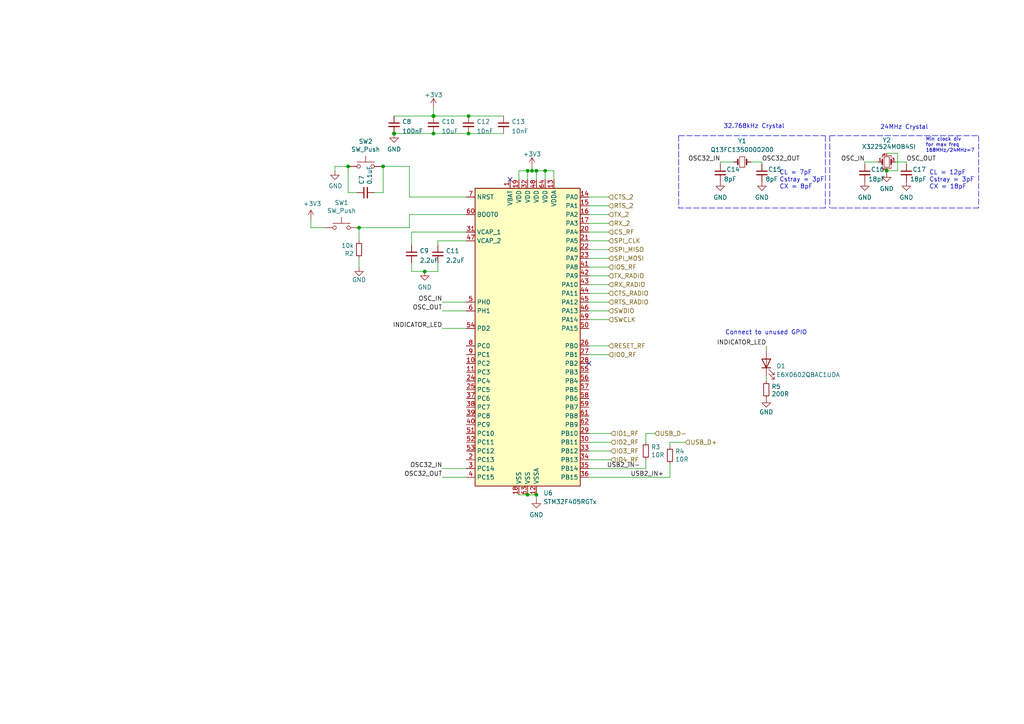
<source format=kicad_sch>
(kicad_sch (version 20211123) (generator eeschema)
  (paper "A4")
  (lib_symbols
    (symbol "Device:C_Small" (pin_numbers hide) (pin_names (offset 0.254) hide)
      (property "Reference" "C" (at 0.254 1.778 0))
      (property "Value" "C_Small" (at 0.254 -2.032 0))
      (symbol "C_Small_0_1"
        (polyline (pts (xy -1.524 -0.508) (xy 1.524 -0.508)) (stroke (width 0.3302)))
        (polyline (pts (xy -1.524 0.508) (xy 1.524 0.508)) (stroke (width 0.3048)))
      )
      (symbol "C_Small_1_1"
        (pin passive line (at 0 2.54 270) (length 2.032) (name "~") (number "1"))
        (pin passive line (at 0 -2.54 90) (length 2.032) (name "~") (number "2"))
      )
    )
    (symbol "Device:Crystal_GND24_Small" (pin_names (offset 1.016) hide)
      (property "Reference" "Y" (at 1.27 4.445 0))
      (property "Value" "Crystal_GND24_Small" (at 1.27 2.54 0))
      (symbol "Crystal_GND24_Small_0_1"
        (rectangle (start -0.762 -1.524) (end 0.762 1.524))
        (polyline (pts (xy -1.27 -0.762) (xy -1.27 0.762)) (stroke (width 0.381)))
        (polyline (pts (xy 1.27 -0.762) (xy 1.27 0.762)) (stroke (width 0.381)))
        (polyline (pts (xy -1.27 -1.27) (xy -1.27 -1.905) (xy 1.27 -1.905) (xy 1.27 -1.27)))
        (polyline (pts (xy -1.27 1.27) (xy -1.27 1.905) (xy 1.27 1.905) (xy 1.27 1.27)))
      )
      (symbol "Crystal_GND24_Small_1_1"
        (pin passive line (at -2.54 0 0) (length 1.27) (name "1") (number "1"))
        (pin passive line (at 0 -2.54 90) (length 0.635) (name "2") (number "2"))
        (pin passive line (at 2.54 0 180) (length 1.27) (name "3") (number "3"))
        (pin passive line (at 0 2.54 270) (length 0.635) (name "4") (number "4"))
      )
    )
    (symbol "Device:Crystal_Small" (pin_numbers hide) (pin_names (offset 1.016) hide)
      (property "Reference" "Y" (at 0 2.54 0))
      (property "Value" "Crystal_Small" (at 0 -2.54 0))
      (symbol "Crystal_Small_0_1"
        (rectangle (start -0.762 -1.524) (end 0.762 1.524))
        (polyline (pts (xy -1.27 -0.762) (xy -1.27 0.762)) (stroke (width 0.381)))
        (polyline (pts (xy 1.27 -0.762) (xy 1.27 0.762)) (stroke (width 0.381)))
      )
      (symbol "Crystal_Small_1_1"
        (pin passive line (at -2.54 0 0) (length 1.27) (name "1") (number "1"))
        (pin passive line (at 2.54 0 180) (length 1.27) (name "2") (number "2"))
      )
    )
    (symbol "Device:LED" (pin_numbers hide) (pin_names (offset 1.016) hide)
      (property "Reference" "D" (at 0 2.54 0))
      (property "Value" "LED" (at 0 -2.54 0))
      (symbol "LED_0_1"
        (polyline (pts (xy -1.27 -1.27) (xy -1.27 1.27)) (stroke (width 0.254)))
        (polyline (pts (xy -1.27 0) (xy 1.27 0)))
        (polyline (pts (xy 1.27 -1.27) (xy 1.27 1.27) (xy -1.27 0) (xy 1.27 -1.27)) (stroke (width 0.254)))
        (polyline (pts (xy -3.048 -0.762) (xy -4.572 -2.286) (xy -3.81 -2.286) (xy -4.572 -2.286) (xy -4.572 -1.524)))
        (polyline (pts (xy -1.778 -0.762) (xy -3.302 -2.286) (xy -2.54 -2.286) (xy -3.302 -2.286) (xy -3.302 -1.524)))
      )
      (symbol "LED_1_1"
        (pin passive line (at -3.81 0 0) (length 2.54) (name "K") (number "1"))
        (pin passive line (at 3.81 0 180) (length 2.54) (name "A") (number "2"))
      )
    )
    (symbol "Device:R_Small" (pin_numbers hide) (pin_names (offset 0.254) hide)
      (property "Reference" "R" (at 0.762 0.508 0))
      (property "Value" "R_Small" (at 0.762 -1.016 0))
      (symbol "R_Small_0_1"
        (rectangle (start -0.762 1.778) (end 0.762 -1.778) (stroke (width 0.2032)))
      )
      (symbol "R_Small_1_1"
        (pin passive line (at 0 2.54 270) (length 0.762) (name "~") (number "1"))
        (pin passive line (at 0 -2.54 90) (length 0.762) (name "~") (number "2"))
      )
    )
    (symbol "MCU_ST_STM32F4:STM32F405RGTx"
      (property "Reference" "U" (at -15.24 44.45 0))
      (property "Value" "STM32F405RGTx" (at 10.16 44.45 0))
      (symbol "STM32F405RGTx_0_1"
        (rectangle (start -15.24 -43.18) (end 15.24 43.18) (stroke (width 0.254)) (fill (type background)))
      )
      (symbol "STM32F405RGTx_1_1"
        (pin power_in line (at -5.08 45.72 270) (length 2.54) (name "VBAT") (number "1"))
        (pin bidirectional line (at -17.78 -7.62 0) (length 2.54) (name "PC2") (number "10"))
        (pin bidirectional line (at -17.78 -10.16 0) (length 2.54) (name "PC3") (number "11"))
        (pin power_in line (at 2.54 -45.72 90) (length 2.54) (name "VSSA") (number "12"))
        (pin power_in line (at 7.62 45.72 270) (length 2.54) (name "VDDA") (number "13"))
        (pin bidirectional line (at 17.78 40.64 180) (length 2.54) (name "PA0") (number "14"))
        (pin bidirectional line (at 17.78 38.1 180) (length 2.54) (name "PA1") (number "15"))
        (pin bidirectional line (at 17.78 35.56 180) (length 2.54) (name "PA2") (number "16"))
        (pin bidirectional line (at 17.78 33.02 180) (length 2.54) (name "PA3") (number "17"))
        (pin power_in line (at -2.54 -45.72 90) (length 2.54) (name "VSS") (number "18"))
        (pin power_in line (at -2.54 45.72 270) (length 2.54) (name "VDD") (number "19"))
        (pin bidirectional line (at -17.78 -35.56 0) (length 2.54) (name "PC13") (number "2"))
        (pin bidirectional line (at 17.78 30.48 180) (length 2.54) (name "PA4") (number "20"))
        (pin bidirectional line (at 17.78 27.94 180) (length 2.54) (name "PA5") (number "21"))
        (pin bidirectional line (at 17.78 25.4 180) (length 2.54) (name "PA6") (number "22"))
        (pin bidirectional line (at 17.78 22.86 180) (length 2.54) (name "PA7") (number "23"))
        (pin bidirectional line (at -17.78 -12.7 0) (length 2.54) (name "PC4") (number "24"))
        (pin bidirectional line (at -17.78 -15.24 0) (length 2.54) (name "PC5") (number "25"))
        (pin bidirectional line (at 17.78 -2.54 180) (length 2.54) (name "PB0") (number "26"))
        (pin bidirectional line (at 17.78 -5.08 180) (length 2.54) (name "PB1") (number "27"))
        (pin bidirectional line (at 17.78 -7.62 180) (length 2.54) (name "PB2") (number "28"))
        (pin bidirectional line (at 17.78 -27.94 180) (length 2.54) (name "PB10") (number "29"))
        (pin bidirectional line (at -17.78 -38.1 0) (length 2.54) (name "PC14") (number "3"))
        (pin bidirectional line (at 17.78 -30.48 180) (length 2.54) (name "PB11") (number "30"))
        (pin power_in line (at -17.78 30.48 0) (length 2.54) (name "VCAP_1") (number "31"))
        (pin power_in line (at 0 45.72 270) (length 2.54) (name "VDD") (number "32"))
        (pin bidirectional line (at 17.78 -33.02 180) (length 2.54) (name "PB12") (number "33"))
        (pin bidirectional line (at 17.78 -35.56 180) (length 2.54) (name "PB13") (number "34"))
        (pin bidirectional line (at 17.78 -38.1 180) (length 2.54) (name "PB14") (number "35"))
        (pin bidirectional line (at 17.78 -40.64 180) (length 2.54) (name "PB15") (number "36"))
        (pin bidirectional line (at -17.78 -17.78 0) (length 2.54) (name "PC6") (number "37"))
        (pin bidirectional line (at -17.78 -20.32 0) (length 2.54) (name "PC7") (number "38"))
        (pin bidirectional line (at -17.78 -22.86 0) (length 2.54) (name "PC8") (number "39"))
        (pin bidirectional line (at -17.78 -40.64 0) (length 2.54) (name "PC15") (number "4"))
        (pin bidirectional line (at -17.78 -25.4 0) (length 2.54) (name "PC9") (number "40"))
        (pin bidirectional line (at 17.78 20.32 180) (length 2.54) (name "PA8") (number "41"))
        (pin bidirectional line (at 17.78 17.78 180) (length 2.54) (name "PA9") (number "42"))
        (pin bidirectional line (at 17.78 15.24 180) (length 2.54) (name "PA10") (number "43"))
        (pin bidirectional line (at 17.78 12.7 180) (length 2.54) (name "PA11") (number "44"))
        (pin bidirectional line (at 17.78 10.16 180) (length 2.54) (name "PA12") (number "45"))
        (pin bidirectional line (at 17.78 7.62 180) (length 2.54) (name "PA13") (number "46"))
        (pin power_in line (at -17.78 27.94 0) (length 2.54) (name "VCAP_2") (number "47"))
        (pin power_in line (at 2.54 45.72 270) (length 2.54) (name "VDD") (number "48"))
        (pin bidirectional line (at 17.78 5.08 180) (length 2.54) (name "PA14") (number "49"))
        (pin input line (at -17.78 10.16 0) (length 2.54) (name "PH0") (number "5"))
        (pin bidirectional line (at 17.78 2.54 180) (length 2.54) (name "PA15") (number "50"))
        (pin bidirectional line (at -17.78 -27.94 0) (length 2.54) (name "PC10") (number "51"))
        (pin bidirectional line (at -17.78 -30.48 0) (length 2.54) (name "PC11") (number "52"))
        (pin bidirectional line (at -17.78 -33.02 0) (length 2.54) (name "PC12") (number "53"))
        (pin bidirectional line (at -17.78 2.54 0) (length 2.54) (name "PD2") (number "54"))
        (pin bidirectional line (at 17.78 -10.16 180) (length 2.54) (name "PB3") (number "55"))
        (pin bidirectional line (at 17.78 -12.7 180) (length 2.54) (name "PB4") (number "56"))
        (pin bidirectional line (at 17.78 -15.24 180) (length 2.54) (name "PB5") (number "57"))
        (pin bidirectional line (at 17.78 -17.78 180) (length 2.54) (name "PB6") (number "58"))
        (pin bidirectional line (at 17.78 -20.32 180) (length 2.54) (name "PB7") (number "59"))
        (pin input line (at -17.78 7.62 0) (length 2.54) (name "PH1") (number "6"))
        (pin input line (at -17.78 35.56 0) (length 2.54) (name "BOOT0") (number "60"))
        (pin bidirectional line (at 17.78 -22.86 180) (length 2.54) (name "PB8") (number "61"))
        (pin bidirectional line (at 17.78 -25.4 180) (length 2.54) (name "PB9") (number "62"))
        (pin power_in line (at 0 -45.72 90) (length 2.54) (name "VSS") (number "63"))
        (pin power_in line (at 5.08 45.72 270) (length 2.54) (name "VDD") (number "64"))
        (pin input line (at -17.78 40.64 0) (length 2.54) (name "NRST") (number "7"))
        (pin bidirectional line (at -17.78 -2.54 0) (length 2.54) (name "PC0") (number "8"))
        (pin bidirectional line (at -17.78 -5.08 0) (length 2.54) (name "PC1") (number "9"))
      )
    )
    (symbol "Nebula-rescue:+3.3V-power-H7_FlightComputer-rescue" (power) (pin_names (offset 0))
      (property "Value" "+3.3V-power-H7_FlightComputer-rescue" (at 0 3.556 0))
      (symbol "+3.3V-power-H7_FlightComputer-rescue_0_1"
        (polyline (pts (xy -0.762 1.27) (xy 0 2.54)))
        (polyline (pts (xy 0 0) (xy 0 2.54)))
        (polyline (pts (xy 0 2.54) (xy 0.762 1.27)))
      )
      (symbol "+3.3V-power-H7_FlightComputer-rescue_1_1"
        (pin power_in line (at 0 0 90) (length 0) hide (name "+3V3") (number "1"))
      )
    )
    (symbol "Nebula-rescue:C_Small-Device-H7_FlightComputer-rescue" (pin_numbers hide) (pin_names (offset 0.254) hide)
      (property "Reference" "C" (at 0.254 1.778 0))
      (property "Value" "C_Small-Device-H7_FlightComputer-rescue" (at 0.254 -2.032 0))
      (symbol "C_Small-Device-H7_FlightComputer-rescue_0_1"
        (polyline (pts (xy -1.524 -0.508) (xy 1.524 -0.508)) (stroke (width 0.3302)))
        (polyline (pts (xy -1.524 0.508) (xy 1.524 0.508)) (stroke (width 0.3048)))
      )
      (symbol "C_Small-Device-H7_FlightComputer-rescue_1_1"
        (pin passive line (at 0 2.54 270) (length 2.032) (name "~") (number "1"))
        (pin passive line (at 0 -2.54 90) (length 2.032) (name "~") (number "2"))
      )
    )
    (symbol "Nebula-rescue:GND-power-H7_FlightComputer-rescue" (power) (pin_names (offset 0))
      (property "Value" "GND-power-H7_FlightComputer-rescue" (at 0 -3.81 0))
      (symbol "GND-power-H7_FlightComputer-rescue_0_1"
        (polyline (pts (xy 0 0) (xy 0 -1.27) (xy 1.27 -1.27) (xy 0 -2.54) (xy -1.27 -1.27) (xy 0 -1.27)))
      )
      (symbol "GND-power-H7_FlightComputer-rescue_1_1"
        (pin power_in line (at 0 0 270) (length 0) hide (name "GND") (number "1"))
      )
    )
    (symbol "Nebula-rescue:R_Small-Device-H7_FlightComputer-rescue" (pin_numbers hide) (pin_names (offset 0.254) hide)
      (property "Reference" "R" (at 0.762 0.508 0))
      (property "Value" "R_Small-Device-H7_FlightComputer-rescue" (at 0.762 -1.016 0))
      (symbol "R_Small-Device-H7_FlightComputer-rescue_0_1"
        (rectangle (start -0.762 1.778) (end 0.762 -1.778) (stroke (width 0.2032)))
      )
      (symbol "R_Small-Device-H7_FlightComputer-rescue_1_1"
        (pin passive line (at 0 2.54 270) (length 0.762) (name "~") (number "1"))
        (pin passive line (at 0 -2.54 90) (length 0.762) (name "~") (number "2"))
      )
    )
    (symbol "Nebula-rescue:SW_Push-Switch-H7_FlightComputer-rescue" (pin_numbers hide) (pin_names (offset 1.016) hide)
      (property "Reference" "SW" (at 1.27 2.54 0))
      (property "Value" "SW_Push-Switch-H7_FlightComputer-rescue" (at 0 -1.524 0))
      (symbol "SW_Push-Switch-H7_FlightComputer-rescue_0_1"
        (circle (center -2.032 0) (radius 0.508))
        (polyline (pts (xy 0 1.27) (xy 0 3.048)))
        (polyline (pts (xy 2.54 1.27) (xy -2.54 1.27)))
        (circle (center 2.032 0) (radius 0.508))
        (pin passive line (at -5.08 0 0) (length 2.54) (name "1") (number "1"))
        (pin passive line (at 5.08 0 180) (length 2.54) (name "2") (number "2"))
      )
    )
    (symbol "power:+3.3V" (power) (pin_names (offset 0))
      (property "Value" "+3.3V" (at 0 3.556 0))
      (symbol "+3.3V_0_1"
        (polyline (pts (xy -0.762 1.27) (xy 0 2.54)))
        (polyline (pts (xy 0 0) (xy 0 2.54)))
        (polyline (pts (xy 0 2.54) (xy 0.762 1.27)))
      )
      (symbol "+3.3V_1_1"
        (pin power_in line (at 0 0 90) (length 0) hide (name "+3V3") (number "1"))
      )
    )
    (symbol "power:GND" (power) (pin_names (offset 0))
      (property "Value" "GND" (at 0 -3.81 0))
      (symbol "GND_0_1"
        (polyline (pts (xy 0 0) (xy 0 -1.27) (xy 1.27 -1.27) (xy 0 -2.54) (xy -1.27 -1.27) (xy 0 -1.27)))
      )
      (symbol "GND_1_1"
        (pin power_in line (at 0 0 270) (length 0) hide (name "GND") (number "1"))
      )
    )
  )
  (junction (at 104.14 66.04))
  (junction (at 135.89 38.735))
  (junction (at 154.305 49.53))
  (junction (at 153.035 49.53))
  (junction (at 257.175 49.53))
  (junction (at 125.73 38.735))
  (junction (at 155.575 49.53))
  (junction (at 153.035 143.51))
  (junction (at 100.965 48.26))
  (junction (at 111.125 48.26))
  (junction (at 123.19 78.74))
  (junction (at 114.3 38.735) (diameter 1.016))
  (junction (at 125.73 33.655) (diameter 1.016))
  (junction (at 135.89 33.655))
  (junction (at 158.115 49.53))
  (junction (at 155.575 143.51))
  (no_connect (at 170.815 105.41))
  (no_connect (at 147.955 52.07))
  (wire (pts (xy 257.175 44.45) (xy 260.35 44.45)))
  (wire (pts (xy 150.495 52.07) (xy 150.495 49.53)))
  (wire (pts (xy 187.325 133.35) (xy 187.325 135.89)))
  (wire (pts (xy 90.17 66.04) (xy 93.98 66.04)))
  (wire (pts (xy 170.815 102.87) (xy 176.53 102.87)))
  (polyline (pts (xy 240.665 39.37) (xy 240.665 60.325)))
  (wire (pts (xy 111.125 55.88) (xy 111.125 48.26)))
  (wire (pts (xy 260.35 44.45) (xy 260.35 49.53)))
  (polyline (pts (xy 240.665 39.37) (xy 283.845 39.37)))
  (wire (pts (xy 220.98 46.99) (xy 220.98 47.625)))
  (wire (pts (xy 135.255 69.85) (xy 127 69.85)))
  (wire (pts (xy 97.155 48.26) (xy 97.155 49.53)))
  (wire (pts (xy 155.575 143.51) (xy 155.575 144.78)))
  (wire (pts (xy 250.825 46.99) (xy 250.825 47.625)))
  (wire (pts (xy 128.27 138.43) (xy 135.255 138.43)))
  (wire (pts (xy 260.35 49.53) (xy 257.175 49.53)))
  (wire (pts (xy 127 69.85) (xy 127 71.12)))
  (wire (pts (xy 119.38 78.74) (xy 123.19 78.74)))
  (wire (pts (xy 103.505 55.88) (xy 100.965 55.88)))
  (wire (pts (xy 119.38 76.2) (xy 119.38 78.74)))
  (wire (pts (xy 208.915 46.99) (xy 212.725 46.99)))
  (wire (pts (xy 194.31 129.54) (xy 194.31 128.27)))
  (polyline (pts (xy 196.85 39.37) (xy 239.395 39.37)))
  (wire (pts (xy 111.125 48.26) (xy 118.745 48.26)))
  (wire (pts (xy 170.815 100.33) (xy 176.53 100.33)))
  (wire (pts (xy 170.815 87.63) (xy 176.53 87.63)))
  (wire (pts (xy 154.305 48.26) (xy 154.305 49.53)))
  (wire (pts (xy 125.73 31.115) (xy 125.73 33.655)))
  (polyline (pts (xy 283.845 39.37) (xy 283.845 60.325)))
  (wire (pts (xy 222.25 109.22) (xy 222.25 110.49)))
  (wire (pts (xy 208.915 46.99) (xy 208.915 47.625)))
  (wire (pts (xy 170.815 125.73) (xy 177.165 125.73)))
  (wire (pts (xy 187.325 125.73) (xy 189.865 125.73)))
  (wire (pts (xy 217.805 46.99) (xy 220.98 46.99)))
  (wire (pts (xy 262.89 46.99) (xy 262.89 47.625)))
  (wire (pts (xy 104.14 74.93) (xy 104.14 77.47)))
  (wire (pts (xy 170.815 67.31) (xy 176.53 67.31)))
  (wire (pts (xy 170.815 72.39) (xy 176.53 72.39)))
  (wire (pts (xy 153.035 143.51) (xy 155.575 143.51)))
  (wire (pts (xy 170.815 138.43) (xy 194.31 138.43)))
  (wire (pts (xy 108.585 55.88) (xy 111.125 55.88)))
  (wire (pts (xy 194.31 134.62) (xy 194.31 138.43)))
  (wire (pts (xy 118.745 66.04) (xy 118.745 62.23)))
  (wire (pts (xy 170.815 133.35) (xy 177.165 133.35)))
  (wire (pts (xy 128.27 87.63) (xy 135.255 87.63)))
  (wire (pts (xy 160.655 49.53) (xy 158.115 49.53)))
  (wire (pts (xy 135.255 67.31) (xy 119.38 67.31)))
  (wire (pts (xy 128.27 135.89) (xy 135.255 135.89)))
  (wire (pts (xy 135.89 33.655) (xy 146.05 33.655)))
  (wire (pts (xy 250.825 46.99) (xy 254.635 46.99)))
  (wire (pts (xy 158.115 49.53) (xy 158.115 52.07)))
  (wire (pts (xy 128.27 95.25) (xy 135.255 95.25)))
  (wire (pts (xy 127 78.74) (xy 123.19 78.74)))
  (wire (pts (xy 100.965 55.88) (xy 100.965 48.26)))
  (wire (pts (xy 150.495 49.53) (xy 153.035 49.53)))
  (wire (pts (xy 160.655 52.07) (xy 160.655 49.53)))
  (wire (pts (xy 128.27 90.17) (xy 135.255 90.17)))
  (wire (pts (xy 170.815 59.69) (xy 176.53 59.69)))
  (polyline (pts (xy 239.395 39.37) (xy 239.395 60.325)))
  (wire (pts (xy 259.715 46.99) (xy 262.89 46.99)))
  (polyline (pts (xy 239.395 60.325) (xy 196.85 60.325)))
  (wire (pts (xy 90.17 63.5) (xy 90.17 66.04)))
  (wire (pts (xy 104.14 66.04) (xy 104.14 69.85)))
  (wire (pts (xy 170.815 90.17) (xy 176.53 90.17)))
  (wire (pts (xy 125.73 38.735) (xy 135.89 38.735)))
  (wire (pts (xy 114.3 33.655) (xy 125.73 33.655)))
  (wire (pts (xy 170.815 85.09) (xy 176.53 85.09)))
  (wire (pts (xy 170.815 77.47) (xy 176.53 77.47)))
  (wire (pts (xy 170.815 74.93) (xy 176.53 74.93)))
  (wire (pts (xy 170.815 82.55) (xy 176.53 82.55)))
  (wire (pts (xy 170.815 69.85) (xy 176.53 69.85)))
  (wire (pts (xy 170.815 57.15) (xy 176.53 57.15)))
  (wire (pts (xy 170.815 62.23) (xy 176.53 62.23)))
  (wire (pts (xy 153.035 49.53) (xy 154.305 49.53)))
  (wire (pts (xy 155.575 49.53) (xy 155.575 52.07)))
  (wire (pts (xy 118.745 48.26) (xy 118.745 57.15)))
  (wire (pts (xy 118.745 57.15) (xy 135.255 57.15)))
  (wire (pts (xy 114.3 38.735) (xy 125.73 38.735)))
  (polyline (pts (xy 196.85 39.37) (xy 196.85 60.325)))
  (wire (pts (xy 187.325 128.27) (xy 187.325 125.73)))
  (wire (pts (xy 119.38 67.31) (xy 119.38 71.12)))
  (wire (pts (xy 170.815 80.01) (xy 176.53 80.01)))
  (polyline (pts (xy 283.845 60.325) (xy 240.665 60.325)))
  (wire (pts (xy 187.325 135.89) (xy 170.815 135.89)))
  (wire (pts (xy 257.175 49.53) (xy 257.175 50.165)))
  (wire (pts (xy 104.14 66.04) (xy 118.745 66.04)))
  (wire (pts (xy 150.495 143.51) (xy 153.035 143.51)))
  (wire (pts (xy 170.815 92.71) (xy 176.53 92.71)))
  (wire (pts (xy 170.815 128.27) (xy 177.165 128.27)))
  (wire (pts (xy 194.31 128.27) (xy 198.755 128.27)))
  (wire (pts (xy 170.815 130.81) (xy 177.165 130.81)))
  (wire (pts (xy 118.745 62.23) (xy 135.255 62.23)))
  (wire (pts (xy 125.73 33.655) (xy 135.89 33.655)))
  (wire (pts (xy 135.89 38.735) (xy 146.05 38.735)))
  (wire (pts (xy 97.155 48.26) (xy 100.965 48.26)))
  (wire (pts (xy 155.575 49.53) (xy 158.115 49.53)))
  (wire (pts (xy 154.305 49.53) (xy 155.575 49.53)))
  (wire (pts (xy 153.035 49.53) (xy 153.035 52.07)))
  (wire (pts (xy 127 76.2) (xy 127 78.74)))
  (wire (pts (xy 222.25 100.33) (xy 222.25 101.6)))
  (wire (pts (xy 170.815 64.77) (xy 176.53 64.77)))
  (text "CL = 7pF\nCstray = 3pF\nCX = 8pF" (at 226.06 54.991 0) (effects (font (size 1.27 1.27)) (justify left bottom)))
  (text "Connect to unused GPIO" (at 210.312 97.282 0) (effects (font (size 1.27 1.27)) (justify left bottom)))
  (text "24MHz Crystal" (at 255.27 37.719 0) (effects (font (size 1.27 1.27)) (justify left bottom)))
  (text "CL = 12pF\nCstray = 3pF\nCX = 18pF" (at 269.494 54.991 0) (effects (font (size 1.27 1.27)) (justify left bottom)))
  (text "Min clock div\nfor max freq\n168MHz/24MHz=7" (at 268.478 44.323 0) (effects (font (size 1 1)) (justify left bottom)))
  (text "32.768kHz Crystal" (at 209.804 37.465 0) (effects (font (size 1.27 1.27)) (justify left bottom)))
  (label "USB2_IN+" (at 182.88 138.43 0))
  (label "USB2_IN-" (at 176.022 135.89 0))
  (label "OSC_OUT" (at 262.89 46.99 0))
  (label "OSC_IN" (at 250.825 46.99 180))
  (label "OSC_IN" (at 128.27 87.63 180))
  (label "OSC_OUT" (at 128.27 90.17 180))
  (label "OSC32_OUT" (at 128.27 138.43 180))
  (label "INDICATOR_LED" (at 128.27 95.25 180))
  (label "OSC32_IN" (at 128.27 135.89 180))
  (label "OSC32_IN" (at 208.915 46.99 180))
  (label "INDICATOR_LED" (at 222.25 100.33 180))
  (label "OSC32_OUT" (at 220.98 46.99 0))
  (hierarchical_label "RESET_RF" (shape input) (at 176.53 100.33 0))
  (hierarchical_label "RTS_RADIO" (shape input) (at 176.53 87.63 0))
  (hierarchical_label "SWDIO" (shape input) (at 176.53 90.17 0))
  (hierarchical_label "SWCLK" (shape input) (at 176.53 92.71 0))
  (hierarchical_label "IO1_RF" (shape input) (at 177.165 125.73 0))
  (hierarchical_label "RTS_2" (shape input) (at 176.53 59.69 0))
  (hierarchical_label "RX_2" (shape input) (at 176.53 64.77 0))
  (hierarchical_label "USB_D+" (shape input) (at 198.755 128.27 0))
  (hierarchical_label "CTS_RADIO" (shape input) (at 176.53 85.09 0))
  (hierarchical_label "IO2_RF" (shape input) (at 177.165 128.27 0))
  (hierarchical_label "TX_2" (shape input) (at 176.53 62.23 0))
  (hierarchical_label "CS_RF" (shape input) (at 176.53 67.31 0))
  (hierarchical_label "USB_D-" (shape input) (at 189.865 125.73 0))
  (hierarchical_label "RX_RADIO" (shape input) (at 176.53 82.55 0))
  (hierarchical_label "IO5_RF" (shape input) (at 176.53 77.47 0))
  (hierarchical_label "SPI_CLK" (shape input) (at 176.53 69.85 0))
  (hierarchical_label "IO0_RF" (shape input) (at 176.53 102.87 0))
  (hierarchical_label "SPI_MISO" (shape input) (at 176.53 72.39 0))
  (hierarchical_label "TX_RADIO" (shape input) (at 176.53 80.01 0))
  (hierarchical_label "CTS_2" (shape input) (at 176.53 57.15 0))
  (hierarchical_label "SPI_MOSI" (shape input) (at 176.53 74.93 0))
  (hierarchical_label "IO4_RF" (shape input) (at 177.165 133.35 0))
  (hierarchical_label "IO3_RF" (shape input) (at 177.165 130.81 0))
  (symbol (lib_id "Nebula-rescue:SW_Push-Switch-H7_FlightComputer-rescue") (at 99.06 66.04 0) (unit 1)
    (property "Reference" "SW1" (at 99.06 58.801 0))
    (property "Value" "SW_Push" (at 99.06 61.1124 0))
    (property "Footprint" "Button_Switch_SMD:SW_Push_1P1T_NO_CK_KSC6xxJ" (effects hide))
  )
  (symbol (lib_id "Device:LED") (at 222.25 105.41 90) (unit 1)
    (property "Reference" "D1" (at 225.171 106.1628 90) (effects (justify right)))
    (property "Value" "E6X0602QBAC1UDA" (at 225.171 108.6997 90) (effects (justify right)))
    (property "Footprint" "LED_SMD:LED_0603_1608Metric_Pad1.05x0.95mm_HandSolder" (effects hide))
    (property "Datasheet" "https://datasheet.lcsc.com/lcsc/2105241210_EKINGLUX-E6X0602QBAC1UDA_C375467.pdf" (effects hide))
    (property "LCSC#" "C375467" (effects hide))
    (property "MFR#" "E6X0602QBAC1UDA" (effects hide))
  )
  (symbol (lib_id "Device:C_Small") (at 250.825 50.165 0) (unit 1)
    (property "Reference" "C16" (at 252.603 49.149 0) (effects (justify left)))
    (property "Value" "18pF" (at 251.841 51.943 0) (effects (justify left)))
    (property "Footprint" "Capacitor_SMD:C_0603_1608Metric_Pad1.08x0.95mm_HandSolder" (effects hide))
  )
  (symbol (lib_id "power:GND") (at 262.89 52.705 0) (unit 1)
    (property "Reference" "#PWR0129" (effects hide))
    (property "Value" "GND" (at 262.89 57.2676 0))
  )
  (symbol (lib_id "Nebula-rescue:+3.3V-power-H7_FlightComputer-rescue") (at 90.17 63.5 0) (unit 1)
    (property "Reference" "#PWR0138" (effects hide))
    (property "Value" "+3.3V" (at 90.551 59.1058 0))
  )
  (symbol (lib_id "Nebula-rescue:GND-power-H7_FlightComputer-rescue") (at 97.155 49.53 0) (unit 1)
    (property "Reference" "#PWR0137" (effects hide))
    (property "Value" "GND" (at 97.282 53.9242 0))
  )
  (symbol (lib_id "MCU_ST_STM32F4:STM32F405RGTx") (at 153.035 97.79 0) (unit 1)
    (property "Reference" "U6" (at 157.5944 143.0004 0) (effects (justify left)))
    (property "Value" "STM32F405RGTx" (at 157.5944 145.5373 0) (effects (justify left)))
    (property "Footprint" "Package_QFP:LQFP-64_10x10mm_P0.5mm" (effects hide))
    (property "Datasheet" "http://www.st.com/st-web-ui/static/active/en/resource/technical/document/datasheet/DM00037051.pdf" (effects hide))
  )
  (symbol (lib_id "power:GND") (at 208.915 52.705 0) (unit 1)
    (property "Reference" "#PWR0130" (effects hide))
    (property "Value" "GND" (at 208.915 57.2676 0))
  )
  (symbol (lib_id "Nebula-rescue:C_Small-Device-H7_FlightComputer-rescue") (at 106.045 55.88 90) (unit 1)
    (property "Reference" "C7" (at 104.8766 53.5432 0) (effects (justify left)))
    (property "Value" "0.1uF" (at 107.188 53.5432 0) (effects (justify left)))
    (property "Footprint" "Capacitor_SMD:C_0603_1608Metric_Pad1.08x0.95mm_HandSolder" (effects hide))
  )
  (symbol (lib_id "Device:C_Small") (at 135.89 36.195 0) (unit 1)
    (property "Reference" "C12" (at 138.2142 35.2865 0) (effects (justify left)))
    (property "Value" "10nF" (at 138.2142 38.0616 0) (effects (justify left)))
    (property "Footprint" "Capacitor_SMD:C_0603_1608Metric_Pad1.08x0.95mm_HandSolder" (effects hide))
  )
  (symbol (lib_id "Device:C_Small") (at 262.89 50.165 0) (unit 1)
    (property "Reference" "C17" (at 264.668 49.149 0) (effects (justify left)))
    (property "Value" "18pF" (at 263.906 51.943 0) (effects (justify left)))
    (property "Footprint" "Capacitor_SMD:C_0603_1608Metric_Pad1.08x0.95mm_HandSolder" (effects hide))
  )
  (symbol (lib_id "Device:R_Small") (at 222.25 113.03 180) (unit 1)
    (property "Reference" "R5" (at 223.7487 112.1215 0) (effects (justify right)))
    (property "Value" "200R" (at 223.7487 114.2616 0) (effects (justify right)))
    (property "Footprint" "Resistor_SMD:R_0603_1608Metric_Pad0.98x0.95mm_HandSolder" (effects hide))
  )
  (symbol (lib_id "power:GND") (at 220.98 52.705 0) (unit 1)
    (property "Reference" "#PWR0131" (effects hide))
    (property "Value" "GND" (at 220.98 57.2676 0))
  )
  (symbol (lib_id "Device:C_Small") (at 127 73.66 0) (unit 1)
    (property "Reference" "C11" (at 129.3242 72.7515 0) (effects (justify left)))
    (property "Value" "2.2uF" (at 129.3242 75.5266 0) (effects (justify left)))
    (property "Footprint" "Capacitor_SMD:C_0603_1608Metric_Pad1.08x0.95mm_HandSolder" (effects hide))
  )
  (symbol (lib_id "power:GND") (at 250.825 52.705 0) (unit 1)
    (property "Reference" "#PWR0132" (effects hide))
    (property "Value" "GND" (at 250.825 57.2676 0))
  )
  (symbol (lib_id "Device:C_Small") (at 119.38 73.66 0) (unit 1)
    (property "Reference" "C9" (at 121.7042 72.7515 0) (effects (justify left)))
    (property "Value" "2.2uF" (at 121.7042 75.5266 0) (effects (justify left)))
    (property "Footprint" "Capacitor_SMD:C_0603_1608Metric_Pad1.08x0.95mm_HandSolder" (effects hide))
  )
  (symbol (lib_id "power:+3.3V") (at 154.305 48.26 0) (unit 1)
    (property "Reference" "#PWR0136" (effects hide))
    (property "Value" "+3.3V" (at 154.305 44.6842 0))
  )
  (symbol (lib_id "Nebula-rescue:SW_Push-Switch-H7_FlightComputer-rescue") (at 106.045 48.26 0) (unit 1)
    (property "Reference" "SW2" (at 106.045 41.021 0))
    (property "Value" "SW_Push" (at 106.045 43.3324 0))
    (property "Footprint" "Button_Switch_SMD:SW_Push_1P1T_NO_CK_KSC6xxJ" (effects hide))
  )
  (symbol (lib_id "power:GND") (at 257.175 50.165 0) (unit 1)
    (property "Reference" "#PWR0133" (effects hide))
    (property "Value" "GND" (at 257.175 54.7276 0))
  )
  (symbol (lib_id "power:GND") (at 123.19 78.74 0) (unit 1)
    (property "Reference" "#PWR0128" (effects hide))
    (property "Value" "GND" (at 123.19 83.3026 0))
  )
  (symbol (lib_id "Nebula-rescue:R_Small-Device-H7_FlightComputer-rescue") (at 104.14 72.39 180) (unit 1)
    (property "Reference" "R2" (at 102.6414 73.5584 0) (effects (justify left)))
    (property "Value" "10k" (at 102.6414 71.247 0) (effects (justify left)))
    (property "Footprint" "Resistor_SMD:R_0603_1608Metric_Pad0.98x0.95mm_HandSolder" (effects hide))
  )
  (symbol (lib_id "Device:Crystal_GND24_Small") (at 257.175 46.99 0) (unit 1)
    (property "Reference" "Y2" (at 257.175 40.64 0))
    (property "Value" "X322524MOB4SI" (at 257.81 42.545 0))
    (property "Footprint" "Crystal:Crystal_SMD_3225-4Pin_3.2x2.5mm" (effects hide))
    (property "Datasheet" "https://datasheet.lcsc.com/lcsc/2103291204_Yangxing-Tech-X322524MOB4SI_C70590.pdf" (effects hide))
    (property "LCSC" "C70590" (effects hide))
  )
  (symbol (lib_id "Device:C_Small") (at 125.73 36.195 0) (unit 1)
    (property "Reference" "C10" (at 128.0542 35.2865 0) (effects (justify left)))
    (property "Value" "10uF" (at 128.0542 38.0616 0) (effects (justify left)))
    (property "Footprint" "Capacitor_SMD:C_0603_1608Metric_Pad1.08x0.95mm_HandSolder" (effects hide))
  )
  (symbol (lib_id "power:GND") (at 114.3 38.735 0) (unit 1)
    (property "Reference" "#PWR0139" (effects hide))
    (property "Value" "GND" (at 114.3 43.2976 0))
  )
  (symbol (lib_id "Nebula-rescue:GND-power-H7_FlightComputer-rescue") (at 104.14 77.47 0) (unit 1)
    (property "Reference" "#PWR0140" (effects hide))
    (property "Value" "GND" (at 104.14 81.153 0))
  )
  (symbol (lib_id "Nebula-rescue:R_Small-Device-H7_FlightComputer-rescue") (at 187.325 130.81 0) (unit 1)
    (property "Reference" "R3" (at 188.8236 129.6416 0) (effects (justify left)))
    (property "Value" "10R" (at 188.8236 131.953 0) (effects (justify left)))
    (property "Footprint" "Resistor_SMD:R_0603_1608Metric_Pad0.98x0.95mm_HandSolder" (effects hide))
  )
  (symbol (lib_id "Device:C_Small") (at 208.915 50.165 0) (unit 1)
    (property "Reference" "C14" (at 210.693 49.149 0) (effects (justify left)))
    (property "Value" "8pF" (at 209.931 51.943 0) (effects (justify left)))
    (property "Footprint" "Capacitor_SMD:C_0603_1608Metric_Pad1.08x0.95mm_HandSolder" (effects hide))
  )
  (symbol (lib_id "power:GND") (at 155.575 144.78 0) (unit 1)
    (property "Reference" "#PWR0127" (effects hide))
    (property "Value" "GND" (at 155.575 149.3426 0))
  )
  (symbol (lib_id "Device:Crystal_Small") (at 215.265 46.99 0) (unit 1)
    (property "Reference" "Y1" (at 215.265 40.894 0))
    (property "Value" "Q13FC1350000200" (at 215.265 43.434 0))
    (property "Footprint" "Crystal:Crystal_SMD_3215-2Pin_3.2x1.5mm" (effects hide))
    (property "Datasheet" "https://datasheet.lcsc.com/lcsc/1811081213_Seiko-Epson-Q13FC1350000200_C48615.pdf" (effects hide))
    (property "LCSC" "C48615" (effects hide))
  )
  (symbol (lib_id "Nebula-rescue:R_Small-Device-H7_FlightComputer-rescue") (at 194.31 132.08 0) (unit 1)
    (property "Reference" "R4" (at 195.8086 130.9116 0) (effects (justify left)))
    (property "Value" "10R" (at 195.8086 133.223 0) (effects (justify left)))
    (property "Footprint" "Resistor_SMD:R_0603_1608Metric_Pad0.98x0.95mm_HandSolder" (effects hide))
  )
  (symbol (lib_id "power:GND") (at 222.25 115.57 0) (unit 1)
    (property "Reference" "#PWR0134" (effects hide))
    (property "Value" "GND" (at 222.25 119.4976 0))
  )
  (symbol (lib_id "power:+3.3V") (at 125.73 31.115 0) (unit 1)
    (property "Reference" "#PWR0135" (effects hide))
    (property "Value" "+3.3V" (at 125.73 27.5392 0))
  )
  (symbol (lib_id "Device:C_Small") (at 220.98 50.165 0) (unit 1)
    (property "Reference" "C15" (at 222.758 49.149 0) (effects (justify left)))
    (property "Value" "8pF" (at 221.996 51.943 0) (effects (justify left)))
    (property "Footprint" "Capacitor_SMD:C_0603_1608Metric_Pad1.08x0.95mm_HandSolder" (effects hide))
  )
  (symbol (lib_id "Device:C_Small") (at 146.05 36.195 0) (unit 1)
    (property "Reference" "C13" (at 148.3742 35.2865 0) (effects (justify left)))
    (property "Value" "10nF" (at 148.3742 38.0616 0) (effects (justify left)))
    (property "Footprint" "Capacitor_SMD:C_0603_1608Metric_Pad1.08x0.95mm_HandSolder" (effects hide))
  )
  (symbol (lib_id "Device:C_Small") (at 114.3 36.195 0) (unit 1)
    (property "Reference" "C8" (at 116.6242 35.2865 0) (effects (justify left)))
    (property "Value" "100nF" (at 116.6242 38.0616 0) (effects (justify left)))
    (property "Footprint" "Capacitor_SMD:C_0603_1608Metric_Pad1.08x0.95mm_HandSolder" (effects hide))
  )
)
</source>
